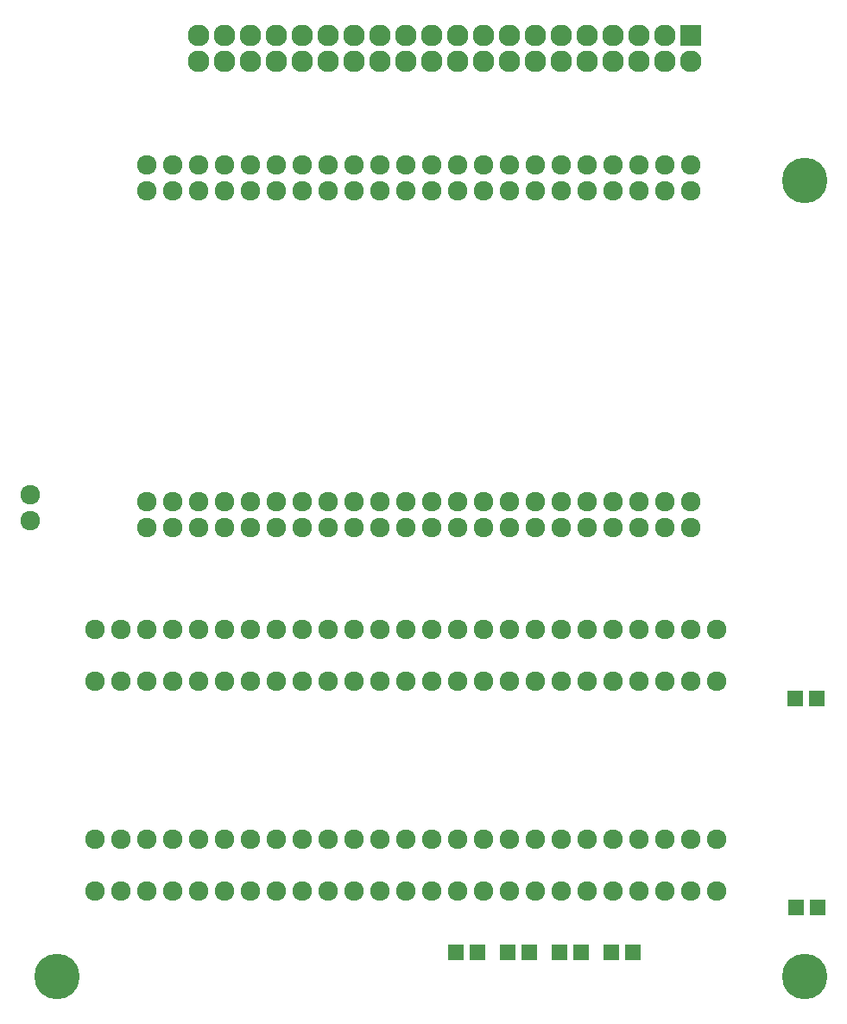
<source format=gbr>
G04 #@! TF.FileFunction,Soldermask,Top*
%FSLAX46Y46*%
G04 Gerber Fmt 4.6, Leading zero omitted, Abs format (unit mm)*
G04 Created by KiCad (PCBNEW 4.0.4-stable) date 12/26/16 14:09:50*
%MOMM*%
%LPD*%
G01*
G04 APERTURE LIST*
%ADD10C,0.100000*%
%ADD11C,1.924000*%
%ADD12C,4.464000*%
%ADD13R,2.127200X2.127200*%
%ADD14O,2.127200X2.127200*%
%ADD15R,1.598880X1.598880*%
G04 APERTURE END LIST*
D10*
D11*
X168656000Y-129921000D03*
X168656000Y-135001000D03*
X166116000Y-129921000D03*
X166116000Y-135001000D03*
X163576000Y-129921000D03*
X163576000Y-135001000D03*
X161036000Y-129921000D03*
X161036000Y-135001000D03*
X158496000Y-129921000D03*
X158496000Y-135001000D03*
X155956000Y-129921000D03*
X155956000Y-135001000D03*
X153416000Y-129921000D03*
X153416000Y-135001000D03*
X150876000Y-129921000D03*
X150876000Y-135001000D03*
X148336000Y-129921000D03*
X148336000Y-135001000D03*
X145796000Y-129921000D03*
X145796000Y-135001000D03*
X143256000Y-129921000D03*
X143256000Y-135001000D03*
X140716000Y-129921000D03*
X140716000Y-135001000D03*
X138176000Y-129921000D03*
X138176000Y-135001000D03*
X135636000Y-129921000D03*
X135636000Y-135001000D03*
X133096000Y-129921000D03*
X133096000Y-135001000D03*
X130556000Y-129921000D03*
X130556000Y-135001000D03*
X128016000Y-129921000D03*
X128016000Y-135001000D03*
X125476000Y-129921000D03*
X125476000Y-135001000D03*
X122936000Y-129921000D03*
X122936000Y-135001000D03*
X120396000Y-129921000D03*
X120396000Y-135001000D03*
X117856000Y-129921000D03*
X117856000Y-135001000D03*
X115316000Y-129921000D03*
X115316000Y-135001000D03*
X112776000Y-129921000D03*
X112776000Y-135001000D03*
X110236000Y-129921000D03*
X110236000Y-135001000D03*
X107696000Y-129921000D03*
X107696000Y-135001000D03*
X166116000Y-63754000D03*
X166116000Y-66294000D03*
X163576000Y-63754000D03*
X163576000Y-66294000D03*
X161036000Y-63754000D03*
X161036000Y-66294000D03*
X158496000Y-63754000D03*
X158496000Y-66294000D03*
X155956000Y-63754000D03*
X155956000Y-66294000D03*
X153416000Y-63754000D03*
X153416000Y-66294000D03*
X150876000Y-63754000D03*
X150876000Y-66294000D03*
X148336000Y-63754000D03*
X148336000Y-66294000D03*
X145796000Y-63754000D03*
X145796000Y-66294000D03*
X143256000Y-63754000D03*
X143256000Y-66294000D03*
X140716000Y-63754000D03*
X140716000Y-66294000D03*
X138176000Y-63754000D03*
X138176000Y-66294000D03*
X135636000Y-63754000D03*
X135636000Y-66294000D03*
X133096000Y-63754000D03*
X133096000Y-66294000D03*
X130556000Y-63754000D03*
X130556000Y-66294000D03*
X128016000Y-63754000D03*
X128016000Y-66294000D03*
X125476000Y-63754000D03*
X125476000Y-66294000D03*
X122936000Y-63754000D03*
X122936000Y-66294000D03*
X120396000Y-63754000D03*
X120396000Y-66294000D03*
X117856000Y-63754000D03*
X117856000Y-66294000D03*
X115316000Y-63754000D03*
X115316000Y-66294000D03*
X112776000Y-63754000D03*
X112776000Y-66294000D03*
X112776000Y-99314000D03*
X112776000Y-96774000D03*
X115316000Y-99314000D03*
X115316000Y-96774000D03*
X117856000Y-99314000D03*
X117856000Y-96774000D03*
X120396000Y-99314000D03*
X120396000Y-96774000D03*
X122936000Y-99314000D03*
X122936000Y-96774000D03*
X125476000Y-99314000D03*
X125476000Y-96774000D03*
X128016000Y-99314000D03*
X128016000Y-96774000D03*
X130556000Y-99314000D03*
X130556000Y-96774000D03*
X133096000Y-99314000D03*
X133096000Y-96774000D03*
X135636000Y-99314000D03*
X135636000Y-96774000D03*
X138176000Y-99314000D03*
X138176000Y-96774000D03*
X140716000Y-99314000D03*
X140716000Y-96774000D03*
X143256000Y-99314000D03*
X143256000Y-96774000D03*
X145796000Y-99314000D03*
X145796000Y-96774000D03*
X148336000Y-99314000D03*
X148336000Y-96774000D03*
X150876000Y-99314000D03*
X150876000Y-96774000D03*
X153416000Y-99314000D03*
X153416000Y-96774000D03*
X155956000Y-99314000D03*
X155956000Y-96774000D03*
X158496000Y-99314000D03*
X158496000Y-96774000D03*
X161036000Y-99314000D03*
X161036000Y-96774000D03*
X163576000Y-99314000D03*
X163576000Y-96774000D03*
X166116000Y-99314000D03*
X166116000Y-96774000D03*
X101346000Y-98679000D03*
X101346000Y-96139000D03*
D12*
X177292000Y-65278000D03*
X104013000Y-143383000D03*
D13*
X166116000Y-51054000D03*
D14*
X166116000Y-53594000D03*
X163576000Y-51054000D03*
X163576000Y-53594000D03*
X161036000Y-51054000D03*
X161036000Y-53594000D03*
X158496000Y-51054000D03*
X158496000Y-53594000D03*
X155956000Y-51054000D03*
X155956000Y-53594000D03*
X153416000Y-51054000D03*
X153416000Y-53594000D03*
X150876000Y-51054000D03*
X150876000Y-53594000D03*
X148336000Y-51054000D03*
X148336000Y-53594000D03*
X145796000Y-51054000D03*
X145796000Y-53594000D03*
X143256000Y-51054000D03*
X143256000Y-53594000D03*
X140716000Y-51054000D03*
X140716000Y-53594000D03*
X138176000Y-51054000D03*
X138176000Y-53594000D03*
X135636000Y-51054000D03*
X135636000Y-53594000D03*
X133096000Y-51054000D03*
X133096000Y-53594000D03*
X130556000Y-51054000D03*
X130556000Y-53594000D03*
X128016000Y-51054000D03*
X128016000Y-53594000D03*
X125476000Y-51054000D03*
X125476000Y-53594000D03*
X122936000Y-51054000D03*
X122936000Y-53594000D03*
X120396000Y-51054000D03*
X120396000Y-53594000D03*
X117856000Y-51054000D03*
X117856000Y-53594000D03*
D15*
X178564540Y-136550400D03*
X176466500Y-136550400D03*
X178468020Y-116078000D03*
X176369980Y-116078000D03*
D12*
X177292000Y-143383000D03*
D11*
X168656000Y-109347000D03*
X168656000Y-114427000D03*
X166116000Y-109347000D03*
X166116000Y-114427000D03*
X163576000Y-109347000D03*
X163576000Y-114427000D03*
X161036000Y-109347000D03*
X161036000Y-114427000D03*
X158496000Y-109347000D03*
X158496000Y-114427000D03*
X155956000Y-109347000D03*
X155956000Y-114427000D03*
X153416000Y-109347000D03*
X153416000Y-114427000D03*
X150876000Y-109347000D03*
X150876000Y-114427000D03*
X148336000Y-109347000D03*
X148336000Y-114427000D03*
X145796000Y-109347000D03*
X145796000Y-114427000D03*
X143256000Y-109347000D03*
X143256000Y-114427000D03*
X140716000Y-109347000D03*
X140716000Y-114427000D03*
X138176000Y-109347000D03*
X138176000Y-114427000D03*
X135636000Y-109347000D03*
X135636000Y-114427000D03*
X133096000Y-109347000D03*
X133096000Y-114427000D03*
X130556000Y-109347000D03*
X130556000Y-114427000D03*
X128016000Y-109347000D03*
X128016000Y-114427000D03*
X125476000Y-109347000D03*
X125476000Y-114427000D03*
X122936000Y-109347000D03*
X122936000Y-114427000D03*
X120396000Y-109347000D03*
X120396000Y-114427000D03*
X117856000Y-109347000D03*
X117856000Y-114427000D03*
X115316000Y-109347000D03*
X115316000Y-114427000D03*
X112776000Y-109347000D03*
X112776000Y-114427000D03*
X110236000Y-109347000D03*
X110236000Y-114427000D03*
X107696000Y-109347000D03*
X107696000Y-114427000D03*
D15*
X160434020Y-140970000D03*
X158335980Y-140970000D03*
X155354020Y-140970000D03*
X153255980Y-140970000D03*
X145194020Y-140970000D03*
X143095980Y-140970000D03*
X150274020Y-140970000D03*
X148175980Y-140970000D03*
M02*

</source>
